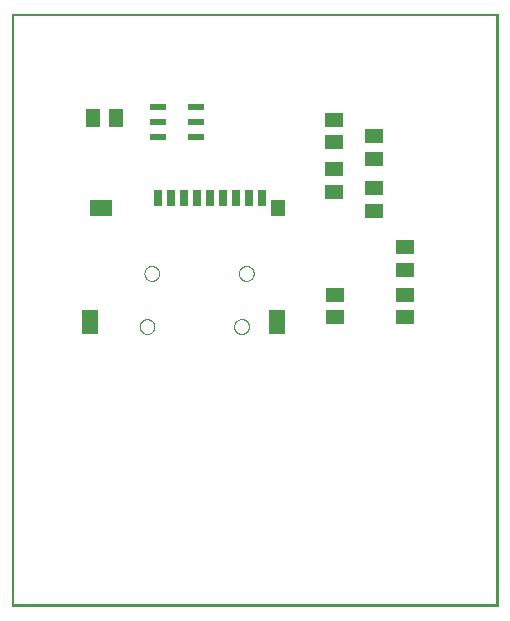
<source format=gbp>
G75*
%MOIN*%
%OFA0B0*%
%FSLAX25Y25*%
%IPPOS*%
%LPD*%
%AMOC8*
5,1,8,0,0,1.08239X$1,22.5*
%
%ADD10C,0.00000*%
%ADD11R,0.02756X0.05512*%
%ADD12R,0.05512X0.07874*%
%ADD13R,0.05039X0.05512*%
%ADD14R,0.07677X0.05512*%
%ADD15R,0.05118X0.05906*%
%ADD16R,0.05236X0.02087*%
%ADD17R,0.05906X0.05118*%
%ADD18C,0.00500*%
D10*
X0020570Y0001467D02*
X0020570Y0198711D01*
X0182381Y0198711D01*
X0182381Y0001467D01*
X0020570Y0001467D01*
X0020570Y0001861D02*
X0181987Y0001861D01*
X0181987Y0009341D01*
X0094487Y0094578D02*
X0094489Y0094677D01*
X0094495Y0094776D01*
X0094505Y0094875D01*
X0094519Y0094973D01*
X0094537Y0095070D01*
X0094559Y0095167D01*
X0094584Y0095263D01*
X0094614Y0095357D01*
X0094647Y0095451D01*
X0094684Y0095543D01*
X0094725Y0095633D01*
X0094769Y0095722D01*
X0094817Y0095808D01*
X0094868Y0095893D01*
X0094923Y0095976D01*
X0094981Y0096056D01*
X0095042Y0096134D01*
X0095106Y0096210D01*
X0095173Y0096283D01*
X0095243Y0096353D01*
X0095316Y0096420D01*
X0095392Y0096484D01*
X0095470Y0096545D01*
X0095550Y0096603D01*
X0095633Y0096658D01*
X0095717Y0096709D01*
X0095804Y0096757D01*
X0095893Y0096801D01*
X0095983Y0096842D01*
X0096075Y0096879D01*
X0096169Y0096912D01*
X0096263Y0096942D01*
X0096359Y0096967D01*
X0096456Y0096989D01*
X0096553Y0097007D01*
X0096651Y0097021D01*
X0096750Y0097031D01*
X0096849Y0097037D01*
X0096948Y0097039D01*
X0097047Y0097037D01*
X0097146Y0097031D01*
X0097245Y0097021D01*
X0097343Y0097007D01*
X0097440Y0096989D01*
X0097537Y0096967D01*
X0097633Y0096942D01*
X0097727Y0096912D01*
X0097821Y0096879D01*
X0097913Y0096842D01*
X0098003Y0096801D01*
X0098092Y0096757D01*
X0098178Y0096709D01*
X0098263Y0096658D01*
X0098346Y0096603D01*
X0098426Y0096545D01*
X0098504Y0096484D01*
X0098580Y0096420D01*
X0098653Y0096353D01*
X0098723Y0096283D01*
X0098790Y0096210D01*
X0098854Y0096134D01*
X0098915Y0096056D01*
X0098973Y0095976D01*
X0099028Y0095893D01*
X0099079Y0095809D01*
X0099127Y0095722D01*
X0099171Y0095633D01*
X0099212Y0095543D01*
X0099249Y0095451D01*
X0099282Y0095357D01*
X0099312Y0095263D01*
X0099337Y0095167D01*
X0099359Y0095070D01*
X0099377Y0094973D01*
X0099391Y0094875D01*
X0099401Y0094776D01*
X0099407Y0094677D01*
X0099409Y0094578D01*
X0099407Y0094479D01*
X0099401Y0094380D01*
X0099391Y0094281D01*
X0099377Y0094183D01*
X0099359Y0094086D01*
X0099337Y0093989D01*
X0099312Y0093893D01*
X0099282Y0093799D01*
X0099249Y0093705D01*
X0099212Y0093613D01*
X0099171Y0093523D01*
X0099127Y0093434D01*
X0099079Y0093348D01*
X0099028Y0093263D01*
X0098973Y0093180D01*
X0098915Y0093100D01*
X0098854Y0093022D01*
X0098790Y0092946D01*
X0098723Y0092873D01*
X0098653Y0092803D01*
X0098580Y0092736D01*
X0098504Y0092672D01*
X0098426Y0092611D01*
X0098346Y0092553D01*
X0098263Y0092498D01*
X0098179Y0092447D01*
X0098092Y0092399D01*
X0098003Y0092355D01*
X0097913Y0092314D01*
X0097821Y0092277D01*
X0097727Y0092244D01*
X0097633Y0092214D01*
X0097537Y0092189D01*
X0097440Y0092167D01*
X0097343Y0092149D01*
X0097245Y0092135D01*
X0097146Y0092125D01*
X0097047Y0092119D01*
X0096948Y0092117D01*
X0096849Y0092119D01*
X0096750Y0092125D01*
X0096651Y0092135D01*
X0096553Y0092149D01*
X0096456Y0092167D01*
X0096359Y0092189D01*
X0096263Y0092214D01*
X0096169Y0092244D01*
X0096075Y0092277D01*
X0095983Y0092314D01*
X0095893Y0092355D01*
X0095804Y0092399D01*
X0095718Y0092447D01*
X0095633Y0092498D01*
X0095550Y0092553D01*
X0095470Y0092611D01*
X0095392Y0092672D01*
X0095316Y0092736D01*
X0095243Y0092803D01*
X0095173Y0092873D01*
X0095106Y0092946D01*
X0095042Y0093022D01*
X0094981Y0093100D01*
X0094923Y0093180D01*
X0094868Y0093263D01*
X0094817Y0093347D01*
X0094769Y0093434D01*
X0094725Y0093523D01*
X0094684Y0093613D01*
X0094647Y0093705D01*
X0094614Y0093799D01*
X0094584Y0093893D01*
X0094559Y0093989D01*
X0094537Y0094086D01*
X0094519Y0094183D01*
X0094505Y0094281D01*
X0094495Y0094380D01*
X0094489Y0094479D01*
X0094487Y0094578D01*
X0096061Y0112294D02*
X0096063Y0112393D01*
X0096069Y0112492D01*
X0096079Y0112591D01*
X0096093Y0112689D01*
X0096111Y0112786D01*
X0096133Y0112883D01*
X0096158Y0112979D01*
X0096188Y0113073D01*
X0096221Y0113167D01*
X0096258Y0113259D01*
X0096299Y0113349D01*
X0096343Y0113438D01*
X0096391Y0113524D01*
X0096442Y0113609D01*
X0096497Y0113692D01*
X0096555Y0113772D01*
X0096616Y0113850D01*
X0096680Y0113926D01*
X0096747Y0113999D01*
X0096817Y0114069D01*
X0096890Y0114136D01*
X0096966Y0114200D01*
X0097044Y0114261D01*
X0097124Y0114319D01*
X0097207Y0114374D01*
X0097291Y0114425D01*
X0097378Y0114473D01*
X0097467Y0114517D01*
X0097557Y0114558D01*
X0097649Y0114595D01*
X0097743Y0114628D01*
X0097837Y0114658D01*
X0097933Y0114683D01*
X0098030Y0114705D01*
X0098127Y0114723D01*
X0098225Y0114737D01*
X0098324Y0114747D01*
X0098423Y0114753D01*
X0098522Y0114755D01*
X0098621Y0114753D01*
X0098720Y0114747D01*
X0098819Y0114737D01*
X0098917Y0114723D01*
X0099014Y0114705D01*
X0099111Y0114683D01*
X0099207Y0114658D01*
X0099301Y0114628D01*
X0099395Y0114595D01*
X0099487Y0114558D01*
X0099577Y0114517D01*
X0099666Y0114473D01*
X0099752Y0114425D01*
X0099837Y0114374D01*
X0099920Y0114319D01*
X0100000Y0114261D01*
X0100078Y0114200D01*
X0100154Y0114136D01*
X0100227Y0114069D01*
X0100297Y0113999D01*
X0100364Y0113926D01*
X0100428Y0113850D01*
X0100489Y0113772D01*
X0100547Y0113692D01*
X0100602Y0113609D01*
X0100653Y0113525D01*
X0100701Y0113438D01*
X0100745Y0113349D01*
X0100786Y0113259D01*
X0100823Y0113167D01*
X0100856Y0113073D01*
X0100886Y0112979D01*
X0100911Y0112883D01*
X0100933Y0112786D01*
X0100951Y0112689D01*
X0100965Y0112591D01*
X0100975Y0112492D01*
X0100981Y0112393D01*
X0100983Y0112294D01*
X0100981Y0112195D01*
X0100975Y0112096D01*
X0100965Y0111997D01*
X0100951Y0111899D01*
X0100933Y0111802D01*
X0100911Y0111705D01*
X0100886Y0111609D01*
X0100856Y0111515D01*
X0100823Y0111421D01*
X0100786Y0111329D01*
X0100745Y0111239D01*
X0100701Y0111150D01*
X0100653Y0111064D01*
X0100602Y0110979D01*
X0100547Y0110896D01*
X0100489Y0110816D01*
X0100428Y0110738D01*
X0100364Y0110662D01*
X0100297Y0110589D01*
X0100227Y0110519D01*
X0100154Y0110452D01*
X0100078Y0110388D01*
X0100000Y0110327D01*
X0099920Y0110269D01*
X0099837Y0110214D01*
X0099753Y0110163D01*
X0099666Y0110115D01*
X0099577Y0110071D01*
X0099487Y0110030D01*
X0099395Y0109993D01*
X0099301Y0109960D01*
X0099207Y0109930D01*
X0099111Y0109905D01*
X0099014Y0109883D01*
X0098917Y0109865D01*
X0098819Y0109851D01*
X0098720Y0109841D01*
X0098621Y0109835D01*
X0098522Y0109833D01*
X0098423Y0109835D01*
X0098324Y0109841D01*
X0098225Y0109851D01*
X0098127Y0109865D01*
X0098030Y0109883D01*
X0097933Y0109905D01*
X0097837Y0109930D01*
X0097743Y0109960D01*
X0097649Y0109993D01*
X0097557Y0110030D01*
X0097467Y0110071D01*
X0097378Y0110115D01*
X0097292Y0110163D01*
X0097207Y0110214D01*
X0097124Y0110269D01*
X0097044Y0110327D01*
X0096966Y0110388D01*
X0096890Y0110452D01*
X0096817Y0110519D01*
X0096747Y0110589D01*
X0096680Y0110662D01*
X0096616Y0110738D01*
X0096555Y0110816D01*
X0096497Y0110896D01*
X0096442Y0110979D01*
X0096391Y0111063D01*
X0096343Y0111150D01*
X0096299Y0111239D01*
X0096258Y0111329D01*
X0096221Y0111421D01*
X0096188Y0111515D01*
X0096158Y0111609D01*
X0096133Y0111705D01*
X0096111Y0111802D01*
X0096093Y0111899D01*
X0096079Y0111997D01*
X0096069Y0112096D01*
X0096063Y0112195D01*
X0096061Y0112294D01*
X0064565Y0112294D02*
X0064567Y0112393D01*
X0064573Y0112492D01*
X0064583Y0112591D01*
X0064597Y0112689D01*
X0064615Y0112786D01*
X0064637Y0112883D01*
X0064662Y0112979D01*
X0064692Y0113073D01*
X0064725Y0113167D01*
X0064762Y0113259D01*
X0064803Y0113349D01*
X0064847Y0113438D01*
X0064895Y0113524D01*
X0064946Y0113609D01*
X0065001Y0113692D01*
X0065059Y0113772D01*
X0065120Y0113850D01*
X0065184Y0113926D01*
X0065251Y0113999D01*
X0065321Y0114069D01*
X0065394Y0114136D01*
X0065470Y0114200D01*
X0065548Y0114261D01*
X0065628Y0114319D01*
X0065711Y0114374D01*
X0065795Y0114425D01*
X0065882Y0114473D01*
X0065971Y0114517D01*
X0066061Y0114558D01*
X0066153Y0114595D01*
X0066247Y0114628D01*
X0066341Y0114658D01*
X0066437Y0114683D01*
X0066534Y0114705D01*
X0066631Y0114723D01*
X0066729Y0114737D01*
X0066828Y0114747D01*
X0066927Y0114753D01*
X0067026Y0114755D01*
X0067125Y0114753D01*
X0067224Y0114747D01*
X0067323Y0114737D01*
X0067421Y0114723D01*
X0067518Y0114705D01*
X0067615Y0114683D01*
X0067711Y0114658D01*
X0067805Y0114628D01*
X0067899Y0114595D01*
X0067991Y0114558D01*
X0068081Y0114517D01*
X0068170Y0114473D01*
X0068256Y0114425D01*
X0068341Y0114374D01*
X0068424Y0114319D01*
X0068504Y0114261D01*
X0068582Y0114200D01*
X0068658Y0114136D01*
X0068731Y0114069D01*
X0068801Y0113999D01*
X0068868Y0113926D01*
X0068932Y0113850D01*
X0068993Y0113772D01*
X0069051Y0113692D01*
X0069106Y0113609D01*
X0069157Y0113525D01*
X0069205Y0113438D01*
X0069249Y0113349D01*
X0069290Y0113259D01*
X0069327Y0113167D01*
X0069360Y0113073D01*
X0069390Y0112979D01*
X0069415Y0112883D01*
X0069437Y0112786D01*
X0069455Y0112689D01*
X0069469Y0112591D01*
X0069479Y0112492D01*
X0069485Y0112393D01*
X0069487Y0112294D01*
X0069485Y0112195D01*
X0069479Y0112096D01*
X0069469Y0111997D01*
X0069455Y0111899D01*
X0069437Y0111802D01*
X0069415Y0111705D01*
X0069390Y0111609D01*
X0069360Y0111515D01*
X0069327Y0111421D01*
X0069290Y0111329D01*
X0069249Y0111239D01*
X0069205Y0111150D01*
X0069157Y0111064D01*
X0069106Y0110979D01*
X0069051Y0110896D01*
X0068993Y0110816D01*
X0068932Y0110738D01*
X0068868Y0110662D01*
X0068801Y0110589D01*
X0068731Y0110519D01*
X0068658Y0110452D01*
X0068582Y0110388D01*
X0068504Y0110327D01*
X0068424Y0110269D01*
X0068341Y0110214D01*
X0068257Y0110163D01*
X0068170Y0110115D01*
X0068081Y0110071D01*
X0067991Y0110030D01*
X0067899Y0109993D01*
X0067805Y0109960D01*
X0067711Y0109930D01*
X0067615Y0109905D01*
X0067518Y0109883D01*
X0067421Y0109865D01*
X0067323Y0109851D01*
X0067224Y0109841D01*
X0067125Y0109835D01*
X0067026Y0109833D01*
X0066927Y0109835D01*
X0066828Y0109841D01*
X0066729Y0109851D01*
X0066631Y0109865D01*
X0066534Y0109883D01*
X0066437Y0109905D01*
X0066341Y0109930D01*
X0066247Y0109960D01*
X0066153Y0109993D01*
X0066061Y0110030D01*
X0065971Y0110071D01*
X0065882Y0110115D01*
X0065796Y0110163D01*
X0065711Y0110214D01*
X0065628Y0110269D01*
X0065548Y0110327D01*
X0065470Y0110388D01*
X0065394Y0110452D01*
X0065321Y0110519D01*
X0065251Y0110589D01*
X0065184Y0110662D01*
X0065120Y0110738D01*
X0065059Y0110816D01*
X0065001Y0110896D01*
X0064946Y0110979D01*
X0064895Y0111063D01*
X0064847Y0111150D01*
X0064803Y0111239D01*
X0064762Y0111329D01*
X0064725Y0111421D01*
X0064692Y0111515D01*
X0064662Y0111609D01*
X0064637Y0111705D01*
X0064615Y0111802D01*
X0064597Y0111899D01*
X0064583Y0111997D01*
X0064573Y0112096D01*
X0064567Y0112195D01*
X0064565Y0112294D01*
X0062990Y0094578D02*
X0062992Y0094677D01*
X0062998Y0094776D01*
X0063008Y0094875D01*
X0063022Y0094973D01*
X0063040Y0095070D01*
X0063062Y0095167D01*
X0063087Y0095263D01*
X0063117Y0095357D01*
X0063150Y0095451D01*
X0063187Y0095543D01*
X0063228Y0095633D01*
X0063272Y0095722D01*
X0063320Y0095808D01*
X0063371Y0095893D01*
X0063426Y0095976D01*
X0063484Y0096056D01*
X0063545Y0096134D01*
X0063609Y0096210D01*
X0063676Y0096283D01*
X0063746Y0096353D01*
X0063819Y0096420D01*
X0063895Y0096484D01*
X0063973Y0096545D01*
X0064053Y0096603D01*
X0064136Y0096658D01*
X0064220Y0096709D01*
X0064307Y0096757D01*
X0064396Y0096801D01*
X0064486Y0096842D01*
X0064578Y0096879D01*
X0064672Y0096912D01*
X0064766Y0096942D01*
X0064862Y0096967D01*
X0064959Y0096989D01*
X0065056Y0097007D01*
X0065154Y0097021D01*
X0065253Y0097031D01*
X0065352Y0097037D01*
X0065451Y0097039D01*
X0065550Y0097037D01*
X0065649Y0097031D01*
X0065748Y0097021D01*
X0065846Y0097007D01*
X0065943Y0096989D01*
X0066040Y0096967D01*
X0066136Y0096942D01*
X0066230Y0096912D01*
X0066324Y0096879D01*
X0066416Y0096842D01*
X0066506Y0096801D01*
X0066595Y0096757D01*
X0066681Y0096709D01*
X0066766Y0096658D01*
X0066849Y0096603D01*
X0066929Y0096545D01*
X0067007Y0096484D01*
X0067083Y0096420D01*
X0067156Y0096353D01*
X0067226Y0096283D01*
X0067293Y0096210D01*
X0067357Y0096134D01*
X0067418Y0096056D01*
X0067476Y0095976D01*
X0067531Y0095893D01*
X0067582Y0095809D01*
X0067630Y0095722D01*
X0067674Y0095633D01*
X0067715Y0095543D01*
X0067752Y0095451D01*
X0067785Y0095357D01*
X0067815Y0095263D01*
X0067840Y0095167D01*
X0067862Y0095070D01*
X0067880Y0094973D01*
X0067894Y0094875D01*
X0067904Y0094776D01*
X0067910Y0094677D01*
X0067912Y0094578D01*
X0067910Y0094479D01*
X0067904Y0094380D01*
X0067894Y0094281D01*
X0067880Y0094183D01*
X0067862Y0094086D01*
X0067840Y0093989D01*
X0067815Y0093893D01*
X0067785Y0093799D01*
X0067752Y0093705D01*
X0067715Y0093613D01*
X0067674Y0093523D01*
X0067630Y0093434D01*
X0067582Y0093348D01*
X0067531Y0093263D01*
X0067476Y0093180D01*
X0067418Y0093100D01*
X0067357Y0093022D01*
X0067293Y0092946D01*
X0067226Y0092873D01*
X0067156Y0092803D01*
X0067083Y0092736D01*
X0067007Y0092672D01*
X0066929Y0092611D01*
X0066849Y0092553D01*
X0066766Y0092498D01*
X0066682Y0092447D01*
X0066595Y0092399D01*
X0066506Y0092355D01*
X0066416Y0092314D01*
X0066324Y0092277D01*
X0066230Y0092244D01*
X0066136Y0092214D01*
X0066040Y0092189D01*
X0065943Y0092167D01*
X0065846Y0092149D01*
X0065748Y0092135D01*
X0065649Y0092125D01*
X0065550Y0092119D01*
X0065451Y0092117D01*
X0065352Y0092119D01*
X0065253Y0092125D01*
X0065154Y0092135D01*
X0065056Y0092149D01*
X0064959Y0092167D01*
X0064862Y0092189D01*
X0064766Y0092214D01*
X0064672Y0092244D01*
X0064578Y0092277D01*
X0064486Y0092314D01*
X0064396Y0092355D01*
X0064307Y0092399D01*
X0064221Y0092447D01*
X0064136Y0092498D01*
X0064053Y0092553D01*
X0063973Y0092611D01*
X0063895Y0092672D01*
X0063819Y0092736D01*
X0063746Y0092803D01*
X0063676Y0092873D01*
X0063609Y0092946D01*
X0063545Y0093022D01*
X0063484Y0093100D01*
X0063426Y0093180D01*
X0063371Y0093263D01*
X0063320Y0093347D01*
X0063272Y0093434D01*
X0063228Y0093523D01*
X0063187Y0093613D01*
X0063150Y0093705D01*
X0063117Y0093799D01*
X0063087Y0093893D01*
X0063062Y0093989D01*
X0063040Y0094086D01*
X0063022Y0094183D01*
X0063008Y0094281D01*
X0062998Y0094380D01*
X0062992Y0094479D01*
X0062990Y0094578D01*
D11*
X0068995Y0137373D03*
X0073325Y0137373D03*
X0077656Y0137373D03*
X0081987Y0137373D03*
X0086318Y0137373D03*
X0090648Y0137373D03*
X0094979Y0137373D03*
X0099310Y0137373D03*
X0103640Y0137373D03*
D12*
X0108759Y0096152D03*
X0046554Y0096152D03*
D13*
X0108995Y0133948D03*
D14*
X0049999Y0133948D03*
D15*
X0047538Y0164066D03*
X0055018Y0164066D03*
D16*
X0068994Y0162885D03*
X0068994Y0167885D03*
X0068994Y0157885D03*
X0081594Y0157885D03*
X0081594Y0162885D03*
X0081594Y0167885D03*
D17*
X0127656Y0163475D03*
X0127656Y0155995D03*
X0127656Y0146940D03*
X0127656Y0139459D03*
X0141042Y0140641D03*
X0141042Y0133160D03*
X0151278Y0120956D03*
X0151278Y0113475D03*
X0151278Y0105207D03*
X0151278Y0097727D03*
X0128050Y0097727D03*
X0128050Y0105207D03*
X0141042Y0150483D03*
X0141042Y0157963D03*
D18*
X0182144Y0198475D02*
X0020727Y0198475D01*
X0020727Y0001625D01*
X0182144Y0001625D01*
X0182144Y0198475D01*
M02*

</source>
